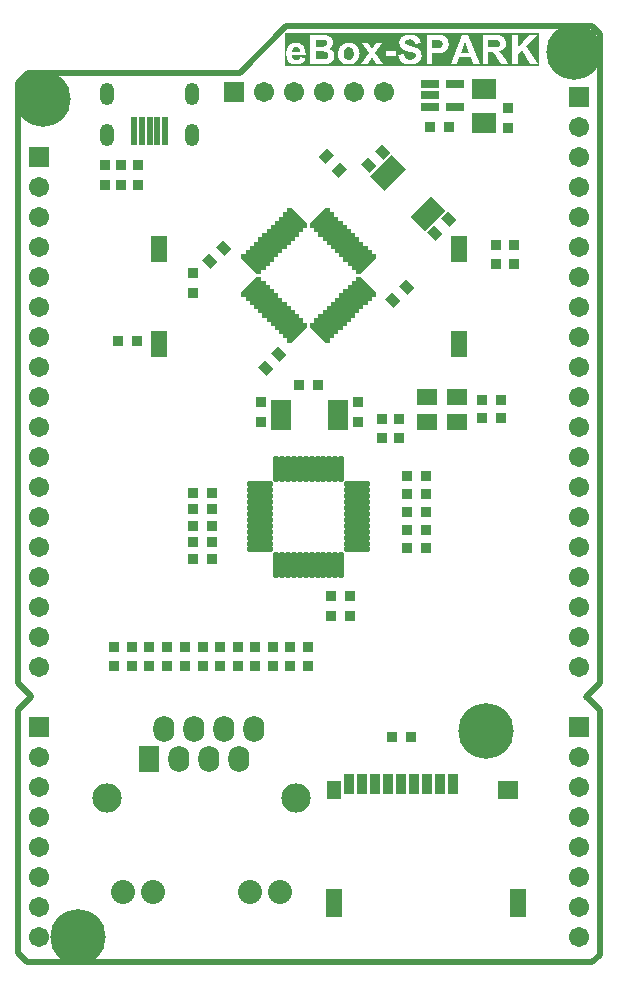
<source format=gts>
%FSLAX25Y25*%
%MOIN*%
G70*
G01*
G75*
G04 Layer_Color=8388736*
%ADD10C,0.00700*%
%ADD11C,0.01000*%
%ADD12C,0.01700*%
%ADD13C,0.01500*%
%ADD14C,0.02000*%
%ADD15R,0.05906X0.09055*%
%ADD16R,0.05906X0.09449*%
%ADD17O,0.01181X0.08268*%
%ADD18O,0.08268X0.01181*%
%ADD19R,0.05000X0.08000*%
%ADD20R,0.03000X0.02500*%
%ADD21R,0.02500X0.03000*%
%ADD22R,0.06000X0.04921*%
G04:AMPARAMS|DCode=23|XSize=25mil|YSize=30mil|CornerRadius=0mil|HoleSize=0mil|Usage=FLASHONLY|Rotation=225.000|XOffset=0mil|YOffset=0mil|HoleType=Round|Shape=Rectangle|*
%AMROTATEDRECTD23*
4,1,4,-0.00177,0.01945,0.01945,-0.00177,0.00177,-0.01945,-0.01945,0.00177,-0.00177,0.01945,0.0*
%
%ADD23ROTATEDRECTD23*%

G04:AMPARAMS|DCode=24|XSize=25mil|YSize=30mil|CornerRadius=0mil|HoleSize=0mil|Usage=FLASHONLY|Rotation=315.000|XOffset=0mil|YOffset=0mil|HoleType=Round|Shape=Rectangle|*
%AMROTATEDRECTD24*
4,1,4,-0.01945,-0.00177,0.00177,0.01945,0.01945,0.00177,-0.00177,-0.01945,-0.01945,-0.00177,0.0*
%
%ADD24ROTATEDRECTD24*%

%ADD25R,0.07087X0.06299*%
%ADD26R,0.05118X0.02165*%
G04:AMPARAMS|DCode=27|XSize=11.81mil|YSize=82.68mil|CornerRadius=0mil|HoleSize=0mil|Usage=FLASHONLY|Rotation=225.000|XOffset=0mil|YOffset=0mil|HoleType=Round|Shape=Round|*
%AMOVALD27*
21,1,0.07087,0.01181,0.00000,0.00000,315.0*
1,1,0.01181,-0.02506,0.02506*
1,1,0.01181,0.02506,-0.02506*
%
%ADD27OVALD27*%

G04:AMPARAMS|DCode=28|XSize=11.81mil|YSize=82.68mil|CornerRadius=0mil|HoleSize=0mil|Usage=FLASHONLY|Rotation=315.000|XOffset=0mil|YOffset=0mil|HoleType=Round|Shape=Round|*
%AMOVALD28*
21,1,0.07087,0.01181,0.00000,0.00000,45.0*
1,1,0.01181,-0.02506,-0.02506*
1,1,0.01181,0.02506,0.02506*
%
%ADD28OVALD28*%

%ADD29R,0.04331X0.05512*%
%ADD30R,0.02756X0.06299*%
%ADD31R,0.04724X0.08661*%
%ADD32R,0.06299X0.05512*%
%ADD33R,0.01575X0.08465*%
G04:AMPARAMS|DCode=34|XSize=59.06mil|YSize=94.49mil|CornerRadius=0mil|HoleSize=0mil|Usage=FLASHONLY|Rotation=315.000|XOffset=0mil|YOffset=0mil|HoleType=Round|Shape=Rectangle|*
%AMROTATEDRECTD34*
4,1,4,-0.05429,-0.01253,0.01253,0.05429,0.05429,0.01253,-0.01253,-0.05429,-0.05429,-0.01253,0.0*
%
%ADD34ROTATEDRECTD34*%

G04:AMPARAMS|DCode=35|XSize=59.06mil|YSize=90.55mil|CornerRadius=0mil|HoleSize=0mil|Usage=FLASHONLY|Rotation=315.000|XOffset=0mil|YOffset=0mil|HoleType=Round|Shape=Rectangle|*
%AMROTATEDRECTD35*
4,1,4,-0.05289,-0.01114,0.01114,0.05289,0.05289,0.01114,-0.01114,-0.05289,-0.05289,-0.01114,0.0*
%
%ADD35ROTATEDRECTD35*%

%ADD36C,0.00500*%
%ADD37C,0.05906*%
%ADD38R,0.05906X0.05906*%
%ADD39R,0.05906X0.05906*%
%ADD40O,0.06200X0.08000*%
%ADD41C,0.09000*%
%ADD42C,0.07200*%
%ADD43R,0.06200X0.08000*%
%ADD44O,0.03937X0.06693*%
%ADD45C,0.17716*%
%ADD46C,0.02200*%
%ADD47C,0.05000*%
%ADD48C,0.03937*%
%ADD49C,0.00984*%
%ADD50C,0.02362*%
%ADD51C,0.00800*%
%ADD52C,0.00787*%
%ADD53C,0.01200*%
%ADD54R,0.08000X0.02000*%
%ADD55R,0.06706X0.09855*%
%ADD56R,0.06706X0.10249*%
%ADD57O,0.01981X0.09068*%
%ADD58O,0.09068X0.01981*%
%ADD59R,0.05800X0.08800*%
%ADD60R,0.03800X0.03300*%
%ADD61R,0.03300X0.03800*%
%ADD62R,0.06800X0.05721*%
G04:AMPARAMS|DCode=63|XSize=33mil|YSize=38mil|CornerRadius=0mil|HoleSize=0mil|Usage=FLASHONLY|Rotation=225.000|XOffset=0mil|YOffset=0mil|HoleType=Round|Shape=Rectangle|*
%AMROTATEDRECTD63*
4,1,4,-0.00177,0.02510,0.02510,-0.00177,0.00177,-0.02510,-0.02510,0.00177,-0.00177,0.02510,0.0*
%
%ADD63ROTATEDRECTD63*%

G04:AMPARAMS|DCode=64|XSize=33mil|YSize=38mil|CornerRadius=0mil|HoleSize=0mil|Usage=FLASHONLY|Rotation=315.000|XOffset=0mil|YOffset=0mil|HoleType=Round|Shape=Rectangle|*
%AMROTATEDRECTD64*
4,1,4,-0.02510,-0.00177,0.00177,0.02510,0.02510,0.00177,-0.00177,-0.02510,-0.02510,-0.00177,0.0*
%
%ADD64ROTATEDRECTD64*%

%ADD65R,0.07887X0.07099*%
%ADD66R,0.05918X0.02965*%
G04:AMPARAMS|DCode=67|XSize=19.81mil|YSize=90.68mil|CornerRadius=0mil|HoleSize=0mil|Usage=FLASHONLY|Rotation=225.000|XOffset=0mil|YOffset=0mil|HoleType=Round|Shape=Round|*
%AMOVALD67*
21,1,0.07087,0.01981,0.00000,0.00000,315.0*
1,1,0.01981,-0.02506,0.02506*
1,1,0.01981,0.02506,-0.02506*
%
%ADD67OVALD67*%

G04:AMPARAMS|DCode=68|XSize=19.81mil|YSize=90.68mil|CornerRadius=0mil|HoleSize=0mil|Usage=FLASHONLY|Rotation=315.000|XOffset=0mil|YOffset=0mil|HoleType=Round|Shape=Round|*
%AMOVALD68*
21,1,0.07087,0.01981,0.00000,0.00000,45.0*
1,1,0.01981,-0.02506,-0.02506*
1,1,0.01981,0.02506,0.02506*
%
%ADD68OVALD68*%

%ADD69R,0.05131X0.06312*%
%ADD70R,0.03556X0.07099*%
%ADD71R,0.05524X0.09461*%
%ADD72R,0.07099X0.06312*%
%ADD73R,0.02375X0.09265*%
G04:AMPARAMS|DCode=74|XSize=67.06mil|YSize=102.49mil|CornerRadius=0mil|HoleSize=0mil|Usage=FLASHONLY|Rotation=315.000|XOffset=0mil|YOffset=0mil|HoleType=Round|Shape=Rectangle|*
%AMROTATEDRECTD74*
4,1,4,-0.05994,-0.01253,0.01253,0.05994,0.05994,0.01253,-0.01253,-0.05994,-0.05994,-0.01253,0.0*
%
%ADD74ROTATEDRECTD74*%

G04:AMPARAMS|DCode=75|XSize=67.06mil|YSize=98.55mil|CornerRadius=0mil|HoleSize=0mil|Usage=FLASHONLY|Rotation=315.000|XOffset=0mil|YOffset=0mil|HoleType=Round|Shape=Rectangle|*
%AMROTATEDRECTD75*
4,1,4,-0.05855,-0.01114,0.01114,0.05855,0.05855,0.01114,-0.01114,-0.05855,-0.05855,-0.01114,0.0*
%
%ADD75ROTATEDRECTD75*%

%ADD76C,0.06706*%
%ADD77R,0.06706X0.06706*%
%ADD78R,0.06706X0.06706*%
%ADD79O,0.07000X0.08800*%
%ADD80C,0.09800*%
%ADD81C,0.08000*%
%ADD82R,0.07000X0.08800*%
%ADD83O,0.04737X0.07493*%
%ADD84C,0.18517*%
G36*
X76829Y300324D02*
X-8000D01*
Y311280D01*
X76829D01*
Y300324D01*
D02*
G37*
%LPC*%
G36*
X53066Y310618D02*
X51016D01*
X47283Y301000D01*
X49332D01*
X50123Y303181D01*
X54003D01*
X54822Y301000D01*
X56931D01*
X53066Y310618D01*
D02*
G37*
G36*
X62260D02*
X57955D01*
Y301000D01*
X59903D01*
Y305011D01*
X60517D01*
X60722Y304997D01*
X60883Y304982D01*
X61015Y304953D01*
X61118Y304938D01*
X61191Y304909D01*
X61235Y304894D01*
X61249D01*
X61367Y304850D01*
X61469Y304792D01*
X61659Y304660D01*
X61733Y304601D01*
X61791Y304543D01*
X61820Y304514D01*
X61835Y304499D01*
X61894Y304440D01*
X61952Y304353D01*
X62113Y304148D01*
X62289Y303928D01*
X62450Y303679D01*
X62611Y303445D01*
X62684Y303357D01*
X62743Y303255D01*
X62787Y303181D01*
X62831Y303123D01*
X62845Y303094D01*
X62860Y303079D01*
X64236Y301000D01*
X66564D01*
X65393Y302874D01*
X65261Y303079D01*
X65144Y303255D01*
X65041Y303430D01*
X64924Y303591D01*
X64748Y303855D01*
X64587Y304074D01*
X64456Y304235D01*
X64368Y304338D01*
X64309Y304411D01*
X64295Y304426D01*
X64134Y304587D01*
X63958Y304733D01*
X63782Y304880D01*
X63621Y304997D01*
X63475Y305099D01*
X63358Y305172D01*
X63284Y305216D01*
X63270Y305231D01*
X63255D01*
X63489Y305275D01*
X63694Y305319D01*
X63899Y305377D01*
X64075Y305451D01*
X64251Y305524D01*
X64412Y305597D01*
X64543Y305670D01*
X64675Y305743D01*
X64778Y305817D01*
X64880Y305890D01*
X64953Y305963D01*
X65027Y306007D01*
X65070Y306065D01*
X65114Y306095D01*
X65144Y306109D01*
Y306124D01*
X65261Y306256D01*
X65363Y306402D01*
X65510Y306695D01*
X65627Y307002D01*
X65715Y307281D01*
X65759Y307529D01*
X65773Y307632D01*
Y307734D01*
X65788Y307808D01*
Y307866D01*
Y307895D01*
Y307910D01*
X65773Y308218D01*
X65729Y308510D01*
X65656Y308759D01*
X65583Y308979D01*
X65495Y309169D01*
X65437Y309301D01*
X65378Y309389D01*
X65363Y309418D01*
X65188Y309652D01*
X65012Y309843D01*
X64822Y310004D01*
X64646Y310135D01*
X64485Y310238D01*
X64353Y310311D01*
X64265Y310340D01*
X64251Y310355D01*
X64236D01*
X64104Y310399D01*
X63943Y310443D01*
X63592Y310501D01*
X63226Y310560D01*
X62860Y310589D01*
X62699Y310604D01*
X62391D01*
X62260Y310618D01*
D02*
G37*
G36*
X29261Y305407D02*
X25645D01*
Y303562D01*
X29261D01*
Y305407D01*
D02*
G37*
G36*
X42993Y310618D02*
X39304D01*
Y301000D01*
X41251D01*
Y304631D01*
X42979D01*
X43184Y304645D01*
X43374D01*
X43564Y304660D01*
X43725Y304675D01*
X43872Y304689D01*
X44003Y304704D01*
X44121D01*
X44223Y304719D01*
X44311Y304733D01*
X44384Y304748D01*
X44443D01*
X44487Y304763D01*
X44516D01*
X44706Y304821D01*
X44897Y304880D01*
X45058Y304953D01*
X45219Y305041D01*
X45336Y305099D01*
X45438Y305158D01*
X45511Y305202D01*
X45526Y305216D01*
X45702Y305363D01*
X45863Y305509D01*
X46009Y305670D01*
X46126Y305831D01*
X46214Y305963D01*
X46287Y306065D01*
X46331Y306139D01*
X46346Y306168D01*
X46448Y306402D01*
X46536Y306651D01*
X46595Y306900D01*
X46624Y307134D01*
X46653Y307339D01*
X46668Y307500D01*
Y307559D01*
Y307603D01*
Y307632D01*
Y307647D01*
X46639Y308056D01*
X46580Y308422D01*
X46492Y308745D01*
X46390Y309023D01*
X46273Y309228D01*
X46229Y309315D01*
X46185Y309389D01*
X46156Y309447D01*
X46126Y309491D01*
X46097Y309506D01*
Y309521D01*
X45877Y309769D01*
X45643Y309974D01*
X45424Y310150D01*
X45204Y310267D01*
X45014Y310370D01*
X44853Y310428D01*
X44794Y310443D01*
X44765Y310457D01*
X44736Y310472D01*
X44721D01*
X44604Y310501D01*
X44472Y310516D01*
X44311Y310545D01*
X44135Y310560D01*
X43755Y310589D01*
X43359Y310604D01*
X43169D01*
X42993Y310618D01*
D02*
G37*
G36*
X-4177Y308115D02*
X-4323D01*
X-4572Y308100D01*
X-4821Y308071D01*
X-5040Y308027D01*
X-5260Y307954D01*
X-5465Y307881D01*
X-5655Y307808D01*
X-5816Y307705D01*
X-5977Y307617D01*
X-6124Y307529D01*
X-6241Y307442D01*
X-6358Y307354D01*
X-6446Y307281D01*
X-6519Y307207D01*
X-6563Y307163D01*
X-6592Y307134D01*
X-6607Y307119D01*
X-6768Y306929D01*
X-6900Y306724D01*
X-7017Y306505D01*
X-7119Y306285D01*
X-7207Y306051D01*
X-7280Y305831D01*
X-7383Y305392D01*
X-7427Y305202D01*
X-7456Y305011D01*
X-7471Y304836D01*
X-7485Y304704D01*
X-7500Y304572D01*
Y304484D01*
Y304426D01*
Y304411D01*
X-7485Y304148D01*
X-7471Y303899D01*
X-7397Y303430D01*
X-7339Y303211D01*
X-7280Y303020D01*
X-7222Y302830D01*
X-7163Y302669D01*
X-7105Y302523D01*
X-7046Y302391D01*
X-6988Y302274D01*
X-6929Y302186D01*
X-6885Y302113D01*
X-6856Y302054D01*
X-6827Y302025D01*
Y302010D01*
X-6651Y301805D01*
X-6461Y301615D01*
X-6256Y301454D01*
X-6036Y301322D01*
X-5816Y301205D01*
X-5582Y301117D01*
X-5363Y301029D01*
X-5143Y300971D01*
X-4938Y300927D01*
X-4748Y300883D01*
X-4587Y300868D01*
X-4426Y300839D01*
X-4309D01*
X-4206Y300824D01*
X-4133D01*
X-3723Y300854D01*
X-3357Y300912D01*
X-3035Y300985D01*
X-2757Y301088D01*
X-2537Y301190D01*
X-2435Y301234D01*
X-2361Y301263D01*
X-2303Y301307D01*
X-2259Y301322D01*
X-2244Y301351D01*
X-2230D01*
X-1966Y301571D01*
X-1732Y301820D01*
X-1541Y302069D01*
X-1381Y302318D01*
X-1263Y302537D01*
X-1205Y302640D01*
X-1175Y302728D01*
X-1146Y302786D01*
X-1117Y302845D01*
X-1102Y302874D01*
Y302889D01*
X-2932Y303196D01*
X-2991Y303006D01*
X-3064Y302859D01*
X-3152Y302728D01*
X-3225Y302625D01*
X-3284Y302537D01*
X-3342Y302479D01*
X-3371Y302449D01*
X-3386Y302435D01*
X-3503Y302361D01*
X-3620Y302303D01*
X-3752Y302259D01*
X-3855Y302230D01*
X-3957Y302215D01*
X-4045Y302201D01*
X-4118D01*
X-4338Y302215D01*
X-4543Y302274D01*
X-4733Y302347D01*
X-4879Y302435D01*
X-5011Y302508D01*
X-5099Y302581D01*
X-5158Y302640D01*
X-5172Y302654D01*
X-5319Y302845D01*
X-5421Y303050D01*
X-5494Y303255D01*
X-5553Y303474D01*
X-5582Y303650D01*
X-5597Y303811D01*
X-5611Y303869D01*
Y303913D01*
Y303928D01*
Y303943D01*
X-1000D01*
Y304323D01*
X-1029Y304689D01*
X-1073Y305011D01*
X-1117Y305319D01*
X-1190Y305597D01*
X-1263Y305860D01*
X-1337Y306095D01*
X-1424Y306300D01*
X-1498Y306490D01*
X-1585Y306636D01*
X-1659Y306768D01*
X-1717Y306885D01*
X-1776Y306973D01*
X-1820Y307032D01*
X-1849Y307061D01*
X-1864Y307076D01*
X-2039Y307266D01*
X-2230Y307412D01*
X-2420Y307559D01*
X-2625Y307676D01*
X-2830Y307778D01*
X-3035Y307866D01*
X-3240Y307925D01*
X-3430Y307983D01*
X-3606Y308027D01*
X-3781Y308056D01*
X-3928Y308086D01*
X-4060Y308100D01*
X-4177Y308115D01*
D02*
G37*
G36*
X13494D02*
X13347D01*
X12967Y308100D01*
X12630Y308042D01*
X12308Y307969D01*
X12030Y307895D01*
X11810Y307808D01*
X11708Y307764D01*
X11635Y307734D01*
X11576Y307705D01*
X11532Y307676D01*
X11503Y307661D01*
X11488D01*
X11195Y307471D01*
X10946Y307266D01*
X10727Y307046D01*
X10551Y306827D01*
X10405Y306636D01*
X10302Y306490D01*
X10258Y306431D01*
X10229Y306387D01*
X10214Y306358D01*
Y306344D01*
X10068Y306021D01*
X9966Y305699D01*
X9878Y305407D01*
X9834Y305129D01*
X9804Y304894D01*
X9790Y304792D01*
Y304719D01*
X9775Y304645D01*
Y304601D01*
Y304572D01*
Y304557D01*
X9790Y304133D01*
X9848Y303738D01*
X9922Y303386D01*
X9995Y303094D01*
X10039Y302962D01*
X10083Y302845D01*
X10112Y302757D01*
X10141Y302669D01*
X10170Y302610D01*
X10200Y302567D01*
X10214Y302537D01*
Y302523D01*
X10405Y302230D01*
X10610Y301966D01*
X10829Y301747D01*
X11049Y301571D01*
X11239Y301439D01*
X11386Y301337D01*
X11444Y301293D01*
X11488Y301263D01*
X11517Y301249D01*
X11532D01*
X11854Y301102D01*
X12176Y301000D01*
X12484Y300927D01*
X12762Y300883D01*
X12996Y300854D01*
X13099Y300839D01*
X13186Y300824D01*
X13347D01*
X13625Y300839D01*
X13904Y300868D01*
X14167Y300927D01*
X14401Y300985D01*
X14636Y301059D01*
X14841Y301146D01*
X15031Y301249D01*
X15207Y301351D01*
X15368Y301439D01*
X15514Y301542D01*
X15631Y301629D01*
X15734Y301703D01*
X15807Y301761D01*
X15865Y301820D01*
X15895Y301849D01*
X15909Y301864D01*
X16085Y302069D01*
X16246Y302274D01*
X16378Y302493D01*
X16510Y302713D01*
X16597Y302933D01*
X16685Y303152D01*
X16759Y303357D01*
X16802Y303562D01*
X16846Y303752D01*
X16876Y303928D01*
X16905Y304089D01*
X16919Y304221D01*
X16934Y304338D01*
Y304411D01*
Y304470D01*
Y304484D01*
X16919Y304777D01*
X16890Y305041D01*
X16846Y305304D01*
X16773Y305553D01*
X16700Y305773D01*
X16612Y305992D01*
X16524Y306183D01*
X16436Y306373D01*
X16334Y306534D01*
X16246Y306666D01*
X16158Y306797D01*
X16085Y306885D01*
X16012Y306973D01*
X15968Y307032D01*
X15939Y307061D01*
X15924Y307076D01*
X15734Y307266D01*
X15529Y307412D01*
X15309Y307559D01*
X15089Y307676D01*
X14885Y307778D01*
X14665Y307866D01*
X14460Y307925D01*
X14255Y307983D01*
X14065Y308027D01*
X13904Y308056D01*
X13743Y308086D01*
X13611Y308100D01*
X13494Y308115D01*
D02*
G37*
G36*
X4754Y310618D02*
X523D01*
Y301000D01*
X4695D01*
X4944Y301015D01*
X5339D01*
X5515Y301029D01*
X5779D01*
X5881Y301044D01*
X6027D01*
X6071Y301059D01*
X6130D01*
X6408Y301102D01*
X6657Y301161D01*
X6876Y301234D01*
X7067Y301322D01*
X7228Y301395D01*
X7345Y301454D01*
X7403Y301498D01*
X7433Y301512D01*
X7623Y301659D01*
X7784Y301835D01*
X7931Y301995D01*
X8048Y302157D01*
X8135Y302288D01*
X8209Y302405D01*
X8253Y302479D01*
X8267Y302508D01*
X8370Y302742D01*
X8443Y302962D01*
X8501Y303181D01*
X8531Y303372D01*
X8560Y303547D01*
X8575Y303664D01*
Y303752D01*
Y303782D01*
X8560Y304089D01*
X8501Y304367D01*
X8428Y304601D01*
X8341Y304821D01*
X8238Y304997D01*
X8165Y305129D01*
X8106Y305202D01*
X8092Y305231D01*
X7901Y305451D01*
X7682Y305641D01*
X7462Y305787D01*
X7243Y305904D01*
X7052Y305992D01*
X6891Y306065D01*
X6833Y306080D01*
X6789Y306095D01*
X6759Y306109D01*
X6745D01*
X6964Y306226D01*
X7169Y306358D01*
X7330Y306490D01*
X7477Y306636D01*
X7594Y306753D01*
X7667Y306856D01*
X7726Y306915D01*
X7740Y306944D01*
X7857Y307163D01*
X7945Y307383D01*
X8018Y307588D01*
X8062Y307778D01*
X8092Y307939D01*
X8106Y308071D01*
Y308159D01*
Y308188D01*
X8092Y308422D01*
X8062Y308627D01*
X8004Y308818D01*
X7960Y308993D01*
X7901Y309125D01*
X7843Y309228D01*
X7813Y309286D01*
X7799Y309315D01*
X7682Y309491D01*
X7565Y309652D01*
X7433Y309784D01*
X7330Y309901D01*
X7228Y310004D01*
X7140Y310062D01*
X7081Y310106D01*
X7067Y310121D01*
X6891Y310223D01*
X6730Y310311D01*
X6554Y310384D01*
X6393Y310428D01*
X6262Y310472D01*
X6159Y310501D01*
X6086Y310516D01*
X6057D01*
X5822Y310545D01*
X5559Y310575D01*
X5281Y310589D01*
X5003Y310604D01*
X4754Y310618D01*
D02*
G37*
G36*
X24547Y307969D02*
X22395D01*
X21092Y306051D01*
X19862Y307969D01*
X17608D01*
X20009Y304587D01*
X17505Y301000D01*
X19657D01*
X21092Y303152D01*
X22512Y301000D01*
X24767D01*
X22190Y304660D01*
X24547Y307969D01*
D02*
G37*
G36*
X76138Y310618D02*
X73532D01*
X69624Y306358D01*
Y310618D01*
X67676D01*
Y301000D01*
X69624D01*
Y303899D01*
X71175Y305509D01*
X73825Y301000D01*
X76329D01*
X72522Y306871D01*
X76138Y310618D01*
D02*
G37*
G36*
X33858Y310780D02*
X33682D01*
X33287Y310765D01*
X32921Y310721D01*
X32599Y310677D01*
X32321Y310618D01*
X32101Y310545D01*
X32013Y310516D01*
X31940Y310501D01*
X31882Y310472D01*
X31823Y310457D01*
X31808Y310443D01*
X31794D01*
X31516Y310311D01*
X31281Y310150D01*
X31076Y309989D01*
X30915Y309828D01*
X30784Y309682D01*
X30681Y309564D01*
X30623Y309491D01*
X30608Y309477D01*
Y309462D01*
X30476Y309213D01*
X30374Y308979D01*
X30301Y308745D01*
X30257Y308540D01*
X30227Y308349D01*
X30198Y308218D01*
Y308159D01*
Y308115D01*
Y308100D01*
Y308086D01*
X30213Y307881D01*
X30242Y307676D01*
X30286Y307486D01*
X30330Y307310D01*
X30476Y306973D01*
X30637Y306695D01*
X30725Y306578D01*
X30798Y306461D01*
X30871Y306373D01*
X30945Y306300D01*
X30989Y306241D01*
X31032Y306197D01*
X31062Y306168D01*
X31076Y306153D01*
X31208Y306051D01*
X31355Y305948D01*
X31677Y305758D01*
X32043Y305597D01*
X32409Y305465D01*
X32731Y305348D01*
X32877Y305304D01*
X33009Y305275D01*
X33111Y305246D01*
X33185Y305216D01*
X33243Y305202D01*
X33258D01*
X33477Y305143D01*
X33668Y305099D01*
X33843Y305055D01*
X34004Y305011D01*
X34151Y304967D01*
X34268Y304938D01*
X34385Y304909D01*
X34473Y304880D01*
X34619Y304836D01*
X34722Y304806D01*
X34780Y304777D01*
X34795D01*
X34971Y304704D01*
X35117Y304631D01*
X35234Y304572D01*
X35337Y304499D01*
X35410Y304440D01*
X35454Y304397D01*
X35483Y304367D01*
X35498Y304353D01*
X35571Y304265D01*
X35615Y304162D01*
X35673Y303987D01*
X35688Y303899D01*
X35703Y303840D01*
Y303796D01*
Y303782D01*
X35688Y303591D01*
X35629Y303416D01*
X35556Y303255D01*
X35468Y303123D01*
X35366Y303006D01*
X35293Y302933D01*
X35234Y302874D01*
X35219Y302859D01*
X35029Y302728D01*
X34810Y302625D01*
X34575Y302567D01*
X34341Y302508D01*
X34136Y302479D01*
X33975Y302464D01*
X33814D01*
X33492Y302479D01*
X33214Y302537D01*
X32980Y302610D01*
X32775Y302684D01*
X32614Y302771D01*
X32497Y302830D01*
X32423Y302889D01*
X32394Y302903D01*
X32218Y303094D01*
X32072Y303313D01*
X31955Y303547D01*
X31867Y303767D01*
X31794Y303987D01*
X31750Y304148D01*
X31735Y304221D01*
Y304265D01*
X31721Y304294D01*
Y304309D01*
X29832Y304118D01*
X29876Y303825D01*
X29934Y303547D01*
X30008Y303284D01*
X30081Y303050D01*
X30183Y302830D01*
X30271Y302625D01*
X30374Y302449D01*
X30476Y302274D01*
X30579Y302142D01*
X30667Y302010D01*
X30754Y301908D01*
X30828Y301820D01*
X30901Y301747D01*
X30945Y301703D01*
X30974Y301673D01*
X30989Y301659D01*
X31179Y301512D01*
X31398Y301381D01*
X31618Y301278D01*
X31838Y301176D01*
X32072Y301102D01*
X32306Y301029D01*
X32760Y300927D01*
X32980Y300898D01*
X33170Y300868D01*
X33346Y300854D01*
X33492Y300839D01*
X33624Y300824D01*
X33799D01*
X34253Y300839D01*
X34649Y300883D01*
X35000Y300927D01*
X35307Y301000D01*
X35439Y301029D01*
X35556Y301059D01*
X35644Y301088D01*
X35732Y301102D01*
X35791Y301132D01*
X35834Y301146D01*
X35864Y301161D01*
X35878D01*
X36186Y301307D01*
X36435Y301483D01*
X36669Y301659D01*
X36845Y301835D01*
X36991Y301981D01*
X37093Y302113D01*
X37167Y302201D01*
X37181Y302215D01*
Y302230D01*
X37342Y302508D01*
X37459Y302786D01*
X37533Y303050D01*
X37591Y303284D01*
X37620Y303489D01*
X37650Y303650D01*
Y303708D01*
Y303752D01*
Y303782D01*
Y303796D01*
X37635Y304118D01*
X37591Y304411D01*
X37518Y304675D01*
X37459Y304894D01*
X37386Y305070D01*
X37313Y305216D01*
X37269Y305290D01*
X37255Y305319D01*
X37093Y305538D01*
X36932Y305743D01*
X36757Y305904D01*
X36581Y306051D01*
X36435Y306153D01*
X36318Y306241D01*
X36230Y306285D01*
X36215Y306300D01*
X36200D01*
X36069Y306373D01*
X35922Y306431D01*
X35585Y306563D01*
X35249Y306666D01*
X34897Y306783D01*
X34590Y306856D01*
X34458Y306900D01*
X34341Y306929D01*
X34239Y306959D01*
X34165Y306973D01*
X34122Y306988D01*
X34107D01*
X33858Y307046D01*
X33624Y307119D01*
X33419Y307178D01*
X33243Y307237D01*
X33067Y307281D01*
X32936Y307339D01*
X32804Y307383D01*
X32701Y307442D01*
X32599Y307486D01*
X32526Y307515D01*
X32409Y307573D01*
X32350Y307617D01*
X32335Y307632D01*
X32248Y307734D01*
X32174Y307822D01*
X32131Y307925D01*
X32087Y308013D01*
X32072Y308100D01*
X32057Y308159D01*
Y308203D01*
Y308218D01*
X32072Y308349D01*
X32101Y308466D01*
X32145Y308569D01*
X32204Y308657D01*
X32262Y308730D01*
X32306Y308774D01*
X32335Y308803D01*
X32350Y308818D01*
X32540Y308935D01*
X32760Y309023D01*
X32980Y309081D01*
X33185Y309125D01*
X33375Y309155D01*
X33536Y309169D01*
X33668D01*
X33961Y309155D01*
X34209Y309111D01*
X34414Y309067D01*
X34590Y309008D01*
X34722Y308935D01*
X34810Y308891D01*
X34868Y308847D01*
X34883Y308832D01*
X35029Y308701D01*
X35146Y308540D01*
X35234Y308364D01*
X35307Y308188D01*
X35366Y308027D01*
X35395Y307895D01*
X35425Y307808D01*
Y307793D01*
Y307778D01*
X37372Y307852D01*
X37357Y308086D01*
X37313Y308320D01*
X37255Y308540D01*
X37196Y308745D01*
X37035Y309096D01*
X36962Y309257D01*
X36874Y309403D01*
X36786Y309535D01*
X36698Y309652D01*
X36625Y309755D01*
X36552Y309828D01*
X36493Y309887D01*
X36449Y309930D01*
X36420Y309960D01*
X36405Y309974D01*
X36230Y310121D01*
X36025Y310238D01*
X35820Y310355D01*
X35600Y310443D01*
X35146Y310589D01*
X34707Y310677D01*
X34502Y310706D01*
X34312Y310736D01*
X34136Y310750D01*
X33975Y310765D01*
X33858Y310780D01*
D02*
G37*
%LPD*%
G36*
X62245Y308979D02*
X62538D01*
X62669Y308964D01*
X62743D01*
X62787Y308949D01*
X62801D01*
X62962Y308906D01*
X63109Y308862D01*
X63226Y308803D01*
X63328Y308730D01*
X63416Y308671D01*
X63475Y308613D01*
X63504Y308583D01*
X63519Y308569D01*
X63607Y308452D01*
X63665Y308320D01*
X63724Y308188D01*
X63753Y308071D01*
X63767Y307969D01*
X63782Y307881D01*
Y307808D01*
Y307793D01*
X63767Y307632D01*
X63753Y307500D01*
X63724Y307368D01*
X63680Y307266D01*
X63636Y307178D01*
X63607Y307119D01*
X63592Y307076D01*
X63577Y307061D01*
X63504Y306959D01*
X63416Y306885D01*
X63240Y306753D01*
X63153Y306724D01*
X63094Y306695D01*
X63050Y306666D01*
X63036D01*
X62962Y306651D01*
X62860Y306622D01*
X62757Y306607D01*
X62626Y306592D01*
X62347Y306578D01*
X62055Y306563D01*
X61777Y306549D01*
X59903D01*
Y308993D01*
X62113D01*
X62245Y308979D01*
D02*
G37*
G36*
X4563Y309008D02*
X4915D01*
X5003Y308993D01*
X5164D01*
X5222Y308979D01*
X5237D01*
X5412Y308949D01*
X5559Y308906D01*
X5676Y308847D01*
X5779Y308788D01*
X5866Y308730D01*
X5925Y308686D01*
X5954Y308657D01*
X5969Y308642D01*
X6057Y308525D01*
X6115Y308408D01*
X6159Y308291D01*
X6188Y308174D01*
X6203Y308086D01*
X6218Y307998D01*
Y307939D01*
Y307925D01*
X6203Y307764D01*
X6174Y307603D01*
X6130Y307486D01*
X6071Y307368D01*
X6013Y307281D01*
X5969Y307222D01*
X5940Y307178D01*
X5925Y307163D01*
X5808Y307076D01*
X5691Y306988D01*
X5559Y306929D01*
X5427Y306885D01*
X5325Y306856D01*
X5237Y306841D01*
X5178Y306827D01*
X5090D01*
X5003Y306812D01*
X4578D01*
X4329Y306797D01*
X2470D01*
Y309023D01*
X4417D01*
X4563Y309008D01*
D02*
G37*
G36*
X53373Y304806D02*
X50723D01*
X52026Y308379D01*
X53373Y304806D01*
D02*
G37*
G36*
X4681Y305187D02*
X4856Y305172D01*
X5017D01*
X5149Y305158D01*
X5281Y305143D01*
X5383Y305129D01*
X5471Y305114D01*
X5559Y305099D01*
X5661Y305085D01*
X5735Y305055D01*
X5749D01*
X5896Y304997D01*
X6013Y304938D01*
X6115Y304865D01*
X6203Y304792D01*
X6262Y304719D01*
X6306Y304660D01*
X6335Y304631D01*
X6349Y304616D01*
X6423Y304499D01*
X6481Y304367D01*
X6510Y304250D01*
X6540Y304133D01*
X6554Y304030D01*
X6569Y303957D01*
Y303899D01*
Y303884D01*
X6554Y303708D01*
X6525Y303547D01*
X6481Y303401D01*
X6437Y303284D01*
X6379Y303196D01*
X6335Y303123D01*
X6306Y303079D01*
X6291Y303064D01*
X6188Y302962D01*
X6071Y302874D01*
X5940Y302815D01*
X5837Y302757D01*
X5735Y302728D01*
X5661Y302698D01*
X5603Y302684D01*
X5588D01*
X5530Y302669D01*
X5456D01*
X5266Y302654D01*
X5046Y302640D01*
X4812D01*
X4607Y302625D01*
X2470D01*
Y305202D01*
X4476D01*
X4681Y305187D01*
D02*
G37*
G36*
X-4001Y306695D02*
X-3811Y306651D01*
X-3650Y306578D01*
X-3518Y306505D01*
X-3401Y306417D01*
X-3328Y306358D01*
X-3269Y306300D01*
X-3254Y306285D01*
X-3123Y306109D01*
X-3020Y305919D01*
X-2947Y305714D01*
X-2888Y305524D01*
X-2859Y305348D01*
X-2844Y305202D01*
X-2830Y305143D01*
Y305099D01*
Y305085D01*
Y305070D01*
X-5582D01*
X-5567Y305333D01*
X-5524Y305568D01*
X-5465Y305773D01*
X-5392Y305948D01*
X-5319Y306080D01*
X-5260Y306183D01*
X-5216Y306241D01*
X-5201Y306256D01*
X-5040Y306402D01*
X-4879Y306519D01*
X-4718Y306592D01*
X-4557Y306651D01*
X-4411Y306680D01*
X-4309Y306710D01*
X-4206D01*
X-4001Y306695D01*
D02*
G37*
G36*
X13611Y306578D02*
X13845Y306519D01*
X14050Y306431D01*
X14211Y306329D01*
X14357Y306226D01*
X14460Y306139D01*
X14533Y306080D01*
X14548Y306051D01*
X14709Y305817D01*
X14841Y305568D01*
X14929Y305304D01*
X14987Y305055D01*
X15016Y304821D01*
X15031Y304719D01*
X15046Y304645D01*
Y304572D01*
Y304514D01*
Y304484D01*
Y304470D01*
X15031Y304104D01*
X14972Y303782D01*
X14885Y303503D01*
X14797Y303284D01*
X14709Y303108D01*
X14621Y302976D01*
X14562Y302903D01*
X14548Y302874D01*
X14357Y302698D01*
X14153Y302567D01*
X13962Y302464D01*
X13772Y302405D01*
X13596Y302361D01*
X13465Y302347D01*
X13377Y302332D01*
X13347D01*
X13084Y302361D01*
X12864Y302420D01*
X12659Y302508D01*
X12484Y302610D01*
X12337Y302698D01*
X12235Y302786D01*
X12176Y302845D01*
X12147Y302874D01*
X11986Y303108D01*
X11869Y303357D01*
X11781Y303621D01*
X11722Y303884D01*
X11693Y304118D01*
X11678Y304206D01*
Y304294D01*
X11664Y304367D01*
Y304426D01*
Y304455D01*
Y304470D01*
X11678Y304836D01*
X11737Y305143D01*
X11810Y305421D01*
X11913Y305641D01*
X12000Y305817D01*
X12074Y305948D01*
X12132Y306021D01*
X12147Y306051D01*
X12337Y306241D01*
X12542Y306373D01*
X12732Y306475D01*
X12923Y306534D01*
X13099Y306578D01*
X13230Y306592D01*
X13318Y306607D01*
X13347D01*
X13611Y306578D01*
D02*
G37*
G36*
X42832Y308979D02*
X43081Y308964D01*
X43271D01*
X43403Y308949D01*
X43491Y308935D01*
X43550Y308920D01*
X43564D01*
X43740Y308876D01*
X43886Y308818D01*
X44033Y308745D01*
X44135Y308671D01*
X44238Y308598D01*
X44296Y308540D01*
X44340Y308496D01*
X44355Y308481D01*
X44457Y308349D01*
X44531Y308203D01*
X44589Y308056D01*
X44618Y307925D01*
X44648Y307808D01*
X44662Y307705D01*
Y307647D01*
Y307617D01*
X44648Y307471D01*
X44633Y307325D01*
X44589Y307193D01*
X44560Y307090D01*
X44516Y307002D01*
X44472Y306929D01*
X44457Y306885D01*
X44443Y306871D01*
X44355Y306753D01*
X44252Y306666D01*
X44150Y306578D01*
X44047Y306519D01*
X43960Y306461D01*
X43886Y306431D01*
X43843Y306417D01*
X43828Y306402D01*
X43755Y306373D01*
X43652Y306358D01*
X43433Y306314D01*
X43184Y306285D01*
X42920Y306270D01*
X42686D01*
X42583Y306256D01*
X41251D01*
Y308993D01*
X42701D01*
X42832Y308979D01*
D02*
G37*
D14*
X97000Y4500D02*
Y85500D01*
X93000Y89500D02*
X97000Y85500D01*
X92500Y90000D02*
X93000Y89500D01*
X92500Y90000D02*
X97000Y94500D01*
Y310000D01*
Y311000D01*
X94500Y313500D02*
X97000Y311000D01*
X79500Y313500D02*
X94500D01*
X-7500D02*
X79500D01*
X-23000Y298000D02*
X-7500Y313500D01*
X-24000Y298000D02*
X-23000D01*
X-93500D02*
X-24000D01*
X-97000Y294500D02*
X-93500Y298000D01*
X-97000Y94500D02*
Y294500D01*
Y94500D02*
X-93000Y90500D01*
X-92500Y90000D01*
X-97000Y85500D02*
X-92500Y90000D01*
X-97000Y4500D02*
Y85500D01*
Y4500D02*
X-94000Y1500D01*
X94500D01*
X97000Y4000D01*
Y4500D01*
D55*
X9600Y183900D02*
D03*
D56*
X-9400Y184000D02*
D03*
D57*
X-10827Y133858D02*
D03*
X-8858D02*
D03*
X-6890D02*
D03*
X-4921D02*
D03*
X-2953D02*
D03*
X-984D02*
D03*
X984D02*
D03*
X2953D02*
D03*
X4921D02*
D03*
X6890D02*
D03*
X8858D02*
D03*
X10827D02*
D03*
Y166142D02*
D03*
X8858D02*
D03*
X6890D02*
D03*
X4921D02*
D03*
X2953D02*
D03*
X984D02*
D03*
X-984D02*
D03*
X-2953D02*
D03*
X-4921D02*
D03*
X-6890D02*
D03*
X-8858D02*
D03*
X-10827D02*
D03*
D58*
X16142Y139173D02*
D03*
Y141142D02*
D03*
Y143110D02*
D03*
Y145079D02*
D03*
Y147047D02*
D03*
Y149016D02*
D03*
Y150984D02*
D03*
Y152953D02*
D03*
Y154921D02*
D03*
Y156890D02*
D03*
Y158858D02*
D03*
Y160827D02*
D03*
X-16142D02*
D03*
Y158858D02*
D03*
Y156890D02*
D03*
Y154921D02*
D03*
Y152953D02*
D03*
Y150984D02*
D03*
Y149016D02*
D03*
Y147047D02*
D03*
Y145079D02*
D03*
Y143110D02*
D03*
Y141142D02*
D03*
Y139173D02*
D03*
D59*
X-50000Y207752D02*
D03*
Y239248D02*
D03*
X50000Y239248D02*
D03*
Y207752D02*
D03*
D60*
X-300Y106700D02*
D03*
Y100300D02*
D03*
X-64800D02*
D03*
Y106700D02*
D03*
X-29467D02*
D03*
Y100300D02*
D03*
X-11967D02*
D03*
Y106700D02*
D03*
X-41300D02*
D03*
Y100300D02*
D03*
X-53300D02*
D03*
Y106700D02*
D03*
X-47300Y100300D02*
D03*
Y106700D02*
D03*
X-68000Y267200D02*
D03*
Y260800D02*
D03*
X-62500D02*
D03*
Y267200D02*
D03*
X-57000D02*
D03*
Y260800D02*
D03*
X62500Y234300D02*
D03*
Y240700D02*
D03*
X-6133Y106700D02*
D03*
Y100300D02*
D03*
X-23633Y106700D02*
D03*
Y100300D02*
D03*
X-17800Y106700D02*
D03*
Y100300D02*
D03*
X-35300D02*
D03*
Y106700D02*
D03*
X24500Y182700D02*
D03*
Y176300D02*
D03*
X30000Y182700D02*
D03*
Y176300D02*
D03*
X-58800Y100300D02*
D03*
Y106700D02*
D03*
X16500Y181800D02*
D03*
Y188200D02*
D03*
X-16000D02*
D03*
Y181800D02*
D03*
X-38500Y224800D02*
D03*
Y231200D02*
D03*
X68500Y234300D02*
D03*
Y240700D02*
D03*
X66500Y279800D02*
D03*
Y286200D02*
D03*
D61*
X32800Y163500D02*
D03*
X39200D02*
D03*
X7300Y123500D02*
D03*
X13700D02*
D03*
X-3200Y194000D02*
D03*
X3200D02*
D03*
X-38700Y158000D02*
D03*
X-32300D02*
D03*
Y152500D02*
D03*
X-38700D02*
D03*
Y147000D02*
D03*
X-32300D02*
D03*
Y141500D02*
D03*
X-38700D02*
D03*
X-63700Y208500D02*
D03*
X-57300D02*
D03*
X64200Y183000D02*
D03*
X57800D02*
D03*
X7300Y117000D02*
D03*
X13700D02*
D03*
X32800Y139500D02*
D03*
X39200D02*
D03*
X32800Y151500D02*
D03*
X39200D02*
D03*
X32800Y157500D02*
D03*
X39200D02*
D03*
X32800Y145500D02*
D03*
X39200D02*
D03*
X27800Y76500D02*
D03*
X34200D02*
D03*
X40300Y280000D02*
D03*
X46700D02*
D03*
X-32300Y136000D02*
D03*
X-38700D02*
D03*
X64200Y189000D02*
D03*
X57800D02*
D03*
D62*
X49500Y181750D02*
D03*
X39500D02*
D03*
Y190000D02*
D03*
X49500D02*
D03*
D63*
X20237Y267237D02*
D03*
X24763Y271763D02*
D03*
X42237Y244737D02*
D03*
X46763Y249263D02*
D03*
X-32763Y235237D02*
D03*
X-28237Y239763D02*
D03*
X-14263Y199737D02*
D03*
X-9737Y204263D02*
D03*
X32763Y226763D02*
D03*
X28237Y222237D02*
D03*
D64*
X10263Y265737D02*
D03*
X5737Y270263D02*
D03*
D65*
X58500Y281476D02*
D03*
Y292500D02*
D03*
D66*
X40363Y294240D02*
D03*
Y290500D02*
D03*
Y286760D02*
D03*
X48637D02*
D03*
Y294240D02*
D03*
D67*
X19070Y226742D02*
D03*
X17678Y225350D02*
D03*
X16286Y223958D02*
D03*
X14894Y222566D02*
D03*
X13502Y221174D02*
D03*
X12110Y219782D02*
D03*
X10718Y218390D02*
D03*
X9326Y216998D02*
D03*
X7934Y215606D02*
D03*
X6542Y214214D02*
D03*
X5150Y212822D02*
D03*
X3758Y211430D02*
D03*
X-19070Y234258D02*
D03*
X-17678Y235650D02*
D03*
X-16286Y237042D02*
D03*
X-14894Y238434D02*
D03*
X-13502Y239826D02*
D03*
X-12110Y241218D02*
D03*
X-10718Y242610D02*
D03*
X-9326Y244002D02*
D03*
X-7934Y245394D02*
D03*
X-6542Y246786D02*
D03*
X-5150Y248178D02*
D03*
X-3758Y249570D02*
D03*
D68*
Y211430D02*
D03*
X-5150Y212822D02*
D03*
X-6542Y214214D02*
D03*
X-7934Y215606D02*
D03*
X-9326Y216998D02*
D03*
X-10718Y218390D02*
D03*
X-12110Y219782D02*
D03*
X-13502Y221174D02*
D03*
X-14894Y222566D02*
D03*
X-16286Y223958D02*
D03*
X-17678Y225350D02*
D03*
X-19070Y226742D02*
D03*
X3758Y249570D02*
D03*
X5150Y248178D02*
D03*
X6542Y246786D02*
D03*
X7934Y245394D02*
D03*
X9326Y244002D02*
D03*
X10718Y242610D02*
D03*
X12110Y241218D02*
D03*
X13502Y239826D02*
D03*
X14894Y238434D02*
D03*
X16286Y237042D02*
D03*
X17678Y235650D02*
D03*
X19070Y234258D02*
D03*
D69*
X8396Y59113D02*
D03*
D70*
X13514Y61082D02*
D03*
X17845D02*
D03*
X22176D02*
D03*
X26506D02*
D03*
X30837D02*
D03*
X35168D02*
D03*
X39498D02*
D03*
X43829D02*
D03*
X48160D02*
D03*
D71*
X8593Y21318D02*
D03*
X69813D02*
D03*
D72*
X66270Y59113D02*
D03*
D73*
X-53000Y278559D02*
D03*
X-47882D02*
D03*
X-50441D02*
D03*
X-58118D02*
D03*
X-55559D02*
D03*
D74*
X26353Y264647D02*
D03*
D75*
X39718Y251141D02*
D03*
D76*
X90000Y10000D02*
D03*
Y20000D02*
D03*
Y30000D02*
D03*
Y40000D02*
D03*
Y50000D02*
D03*
Y60000D02*
D03*
Y70000D02*
D03*
X-90000Y100000D02*
D03*
Y110000D02*
D03*
Y120000D02*
D03*
Y130000D02*
D03*
Y140000D02*
D03*
Y150000D02*
D03*
Y160000D02*
D03*
Y170000D02*
D03*
Y180000D02*
D03*
Y190000D02*
D03*
Y200000D02*
D03*
Y210000D02*
D03*
Y220000D02*
D03*
Y230000D02*
D03*
Y240000D02*
D03*
Y250000D02*
D03*
Y260000D02*
D03*
X90000Y280000D02*
D03*
Y270000D02*
D03*
Y260000D02*
D03*
Y250000D02*
D03*
Y240000D02*
D03*
Y230000D02*
D03*
Y220000D02*
D03*
Y210000D02*
D03*
Y200000D02*
D03*
Y190000D02*
D03*
Y180000D02*
D03*
Y170000D02*
D03*
Y160000D02*
D03*
Y150000D02*
D03*
Y140000D02*
D03*
Y130000D02*
D03*
Y120000D02*
D03*
Y110000D02*
D03*
Y100000D02*
D03*
X-90000Y70000D02*
D03*
Y60000D02*
D03*
Y50000D02*
D03*
Y40000D02*
D03*
Y30000D02*
D03*
Y20000D02*
D03*
Y10000D02*
D03*
X25000Y291500D02*
D03*
X15000D02*
D03*
X5000D02*
D03*
X-5000D02*
D03*
X-15000D02*
D03*
D77*
X90000Y80000D02*
D03*
X-90000Y270000D02*
D03*
X90000Y290000D02*
D03*
X-90000Y80000D02*
D03*
D78*
X-25000Y291500D02*
D03*
D79*
X-38302Y79400D02*
D03*
X-33302Y69400D02*
D03*
X-43302D02*
D03*
X-28302Y79400D02*
D03*
X-23302Y69400D02*
D03*
X-18302Y79400D02*
D03*
X-48302D02*
D03*
D80*
X-67278Y56408D02*
D03*
X-4286D02*
D03*
D81*
X-61865Y25109D02*
D03*
X-9702D02*
D03*
X-19715D02*
D03*
X-51902D02*
D03*
D82*
X-53302Y69400D02*
D03*
D83*
X-67173Y277339D02*
D03*
X-38827D02*
D03*
X-67173Y291000D02*
D03*
X-38827D02*
D03*
D84*
X88583Y305118D02*
D03*
X-88583Y289370D02*
D03*
X59055Y78740D02*
D03*
X-76772Y9843D02*
D03*
M02*

</source>
